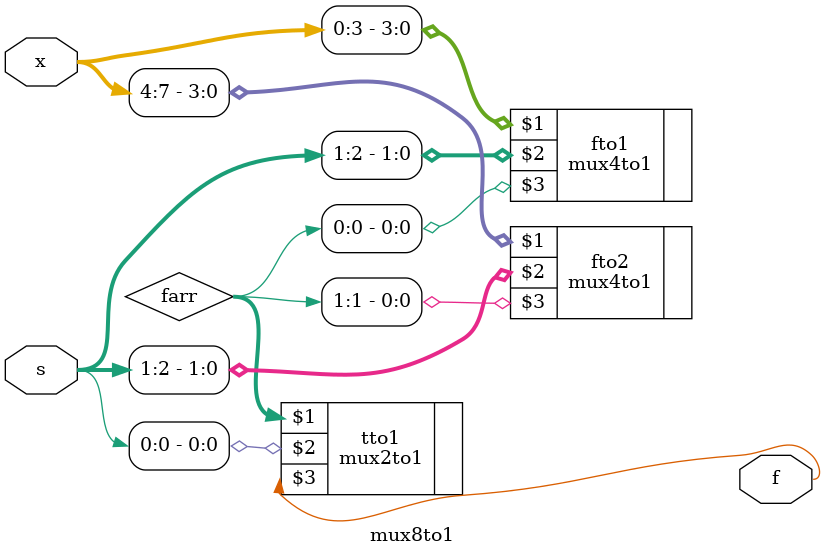
<source format=v>
module mux8to1(x, s, f);
    input [0:7]x;
    input [0:2]s;
    output f;
    wire [0:1]farr;
    mux4to1 fto1(x[0:3], s[1:2], farr[0]);
    mux4to1 fto2(x[4:7], s[1:2], farr[1]);
    mux2to1 tto1(farr, s[0], f);
endmodule
</source>
